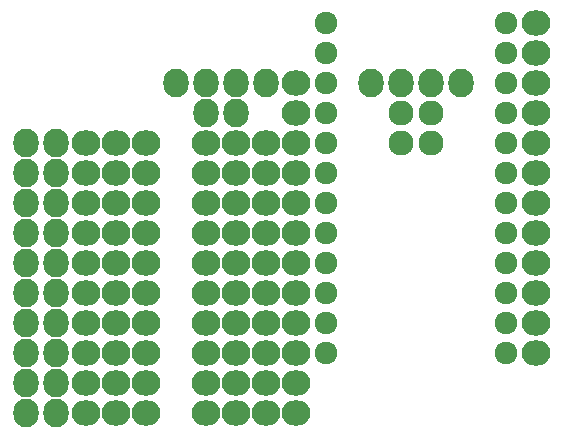
<source format=gbs>
G04 #@! TF.FileFunction,Soldermask,Bot*
%FSLAX46Y46*%
G04 Gerber Fmt 4.6, Leading zero omitted, Abs format (unit mm)*
G04 Created by KiCad (PCBNEW 4.0.2+dfsg1-stable) date 2016年11月21日 00時06分46秒*
%MOMM*%
G01*
G04 APERTURE LIST*
%ADD10C,0.100000*%
%ADD11O,2.432000X2.127200*%
%ADD12O,2.127200X2.127200*%
%ADD13O,2.127200X2.432000*%
%ADD14C,1.924000*%
G04 APERTURE END LIST*
D10*
D11*
X121920000Y-115570000D03*
X124460000Y-115570000D03*
X127000000Y-115570000D03*
X121920000Y-118110000D03*
X124460000Y-118110000D03*
X127000000Y-118110000D03*
X121920000Y-120650000D03*
X124460000Y-120650000D03*
X127000000Y-120650000D03*
X121920000Y-123190000D03*
X124460000Y-123190000D03*
X127000000Y-123190000D03*
X121920000Y-125730000D03*
X124460000Y-125730000D03*
X127000000Y-125730000D03*
X121920000Y-128270000D03*
X124460000Y-128270000D03*
X127000000Y-128270000D03*
X121920000Y-130810000D03*
X124460000Y-130810000D03*
X127000000Y-130810000D03*
X121920000Y-133350000D03*
X124460000Y-133350000D03*
X127000000Y-133350000D03*
X121920000Y-135890000D03*
X124460000Y-135890000D03*
X127000000Y-135890000D03*
X121920000Y-138430000D03*
X124460000Y-138430000D03*
X127000000Y-138430000D03*
X132080000Y-115570000D03*
X134620000Y-115570000D03*
X137160000Y-115570000D03*
X132080000Y-118110000D03*
X134620000Y-118110000D03*
X137160000Y-118110000D03*
X132080000Y-120650000D03*
X134620000Y-120650000D03*
X137160000Y-120650000D03*
X132080000Y-123190000D03*
X134620000Y-123190000D03*
X137160000Y-123190000D03*
X132080000Y-125730000D03*
X134620000Y-125730000D03*
X137160000Y-125730000D03*
X132080000Y-128270000D03*
X134620000Y-128270000D03*
X137160000Y-128270000D03*
X132080000Y-130810000D03*
X134620000Y-130810000D03*
X137160000Y-130810000D03*
X132080000Y-133350000D03*
X134620000Y-133350000D03*
X137160000Y-133350000D03*
X132080000Y-135890000D03*
X134620000Y-135890000D03*
X137160000Y-135890000D03*
X132080000Y-138430000D03*
X134620000Y-138430000D03*
X137160000Y-138430000D03*
D12*
X151130000Y-113030000D03*
X151130000Y-115570000D03*
X148590000Y-113030000D03*
X148590000Y-115570000D03*
D13*
X151130000Y-110490000D03*
X153670000Y-110490000D03*
X146050000Y-110490000D03*
X148590000Y-110490000D03*
X132080000Y-113030000D03*
X134620000Y-113030000D03*
X132080000Y-110490000D03*
X129540000Y-110490000D03*
X137160000Y-110490000D03*
X134620000Y-110490000D03*
X119380000Y-138430000D03*
X119380000Y-135890000D03*
X119380000Y-133350000D03*
X119380000Y-130810000D03*
X119380000Y-128270000D03*
X119380000Y-125730000D03*
X119380000Y-123190000D03*
X119380000Y-120650000D03*
X119380000Y-118110000D03*
X119380000Y-115570000D03*
X116840000Y-138430000D03*
X116840000Y-135890000D03*
X116840000Y-133350000D03*
X116840000Y-130810000D03*
X116840000Y-128270000D03*
X116840000Y-125730000D03*
X116840000Y-123190000D03*
X116840000Y-120650000D03*
X116840000Y-118110000D03*
X116840000Y-115570000D03*
D11*
X139700000Y-110490000D03*
X139700000Y-113030000D03*
X139700000Y-115570000D03*
X139700000Y-118110000D03*
X139700000Y-120650000D03*
X139700000Y-123190000D03*
X139700000Y-125730000D03*
X139700000Y-128270000D03*
X139700000Y-130810000D03*
X139700000Y-133350000D03*
X139700000Y-135890000D03*
X139700000Y-138430000D03*
X160020000Y-105410000D03*
X160020000Y-107950000D03*
X160020000Y-110490000D03*
X160020000Y-113030000D03*
X160020000Y-115570000D03*
X160020000Y-118110000D03*
X160020000Y-120650000D03*
X160020000Y-123190000D03*
X160020000Y-125730000D03*
X160020000Y-128270000D03*
X160020000Y-130810000D03*
X160020000Y-133350000D03*
D14*
X142240000Y-105410000D03*
X142240000Y-107950000D03*
X142240000Y-110490000D03*
X142240000Y-113030000D03*
X142240000Y-115570000D03*
X142240000Y-118110000D03*
X142240000Y-120650000D03*
X142240000Y-123190000D03*
X142240000Y-125730000D03*
X142240000Y-128270000D03*
X142240000Y-130810000D03*
X142240000Y-133350000D03*
X157480000Y-133350000D03*
X157480000Y-130810000D03*
X157480000Y-128270000D03*
X157480000Y-125730000D03*
X157480000Y-123190000D03*
X157480000Y-120650000D03*
X157480000Y-118110000D03*
X157480000Y-115570000D03*
X157480000Y-113030000D03*
X157480000Y-110490000D03*
X157480000Y-107950000D03*
X157480000Y-105410000D03*
M02*

</source>
